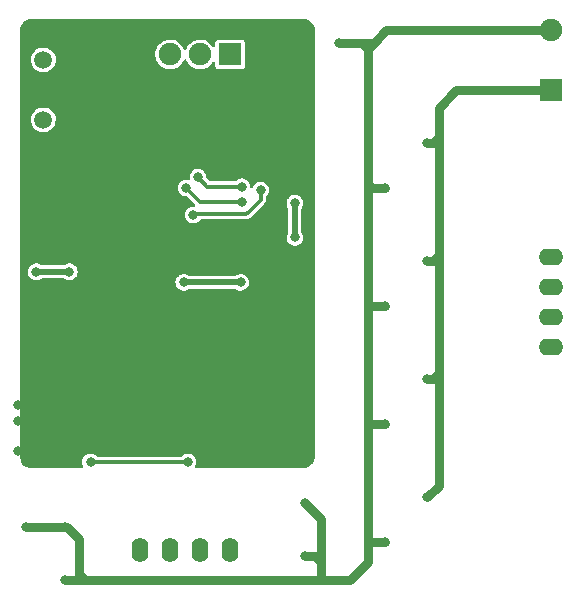
<source format=gbr>
%TF.GenerationSoftware,KiCad,Pcbnew,5.99.0-unknown-5db75805bd~106~ubuntu20.04.1*%
%TF.CreationDate,2021-01-04T23:22:08+00:00*%
%TF.ProjectId,minidriver,6d696e69-6472-4697-9665-722e6b696361,rev?*%
%TF.SameCoordinates,Original*%
%TF.FileFunction,Copper,L2,Bot*%
%TF.FilePolarity,Positive*%
%FSLAX46Y46*%
G04 Gerber Fmt 4.6, Leading zero omitted, Abs format (unit mm)*
G04 Created by KiCad (PCBNEW 5.99.0-unknown-5db75805bd~106~ubuntu20.04.1) date 2021-01-04 23:22:08*
%MOMM*%
%LPD*%
G01*
G04 APERTURE LIST*
%TA.AperFunction,ComponentPad*%
%ADD10R,1.900000X1.900000*%
%TD*%
%TA.AperFunction,ComponentPad*%
%ADD11C,1.900000*%
%TD*%
%TA.AperFunction,ComponentPad*%
%ADD12C,1.500000*%
%TD*%
%TA.AperFunction,ComponentPad*%
%ADD13O,2.100000X1.400000*%
%TD*%
%TA.AperFunction,ComponentPad*%
%ADD14O,1.400000X2.100000*%
%TD*%
%TA.AperFunction,ViaPad*%
%ADD15C,0.800000*%
%TD*%
%TA.AperFunction,Conductor*%
%ADD16C,0.800000*%
%TD*%
%TA.AperFunction,Conductor*%
%ADD17C,0.500000*%
%TD*%
%TA.AperFunction,Conductor*%
%ADD18C,0.300000*%
%TD*%
G04 APERTURE END LIST*
D10*
%TO.P,J1,1,1*%
%TO.N,/HV+*%
X146000000Y-107040000D03*
D11*
%TO.P,J1,3,3*%
%TO.N,/HV-*%
X146000000Y-101960000D03*
%TD*%
D12*
%TO.P,IC1,1,VIN*%
%TO.N,24v*%
X103000000Y-104460000D03*
%TO.P,IC1,2,GND*%
%TO.N,GND*%
X103000000Y-107000000D03*
%TO.P,IC1,3,VOUT*%
%TO.N,3v3*%
X103000000Y-109540000D03*
%TD*%
D13*
%TO.P,J4,1,1*%
%TO.N,/AN4*%
X146000000Y-128810000D03*
%TO.P,J4,2,2*%
%TO.N,/AN3*%
X146000000Y-126270000D03*
%TO.P,J4,3,3*%
%TO.N,/AN2*%
X146000000Y-123730000D03*
%TO.P,J4,4,4*%
%TO.N,/AN1*%
X146000000Y-121190000D03*
%TD*%
D10*
%TO.P,J2,1,1*%
%TO.N,24v*%
X118810000Y-104000000D03*
D11*
%TO.P,J2,2,2*%
%TO.N,Net-(J2-Pad2)*%
X116270000Y-104000000D03*
%TO.P,J2,3,3*%
%TO.N,Net-(J2-Pad3)*%
X113730000Y-104000000D03*
%TO.P,J2,4,4*%
%TO.N,GND*%
X111190000Y-104000000D03*
%TD*%
D10*
%TO.P,TP4,1,TP*%
%TO.N,GND*%
X122500000Y-107250000D03*
%TD*%
D14*
%TO.P,J5,1,1*%
%TO.N,/K1*%
X111190000Y-146000000D03*
%TO.P,J5,2,2*%
%TO.N,/K2*%
X113730000Y-146000000D03*
%TO.P,J5,3,3*%
%TO.N,/K3*%
X116270000Y-146000000D03*
%TO.P,J5,4,4*%
%TO.N,/K4*%
X118810000Y-146000000D03*
%TD*%
D15*
%TO.N,GND*%
X101500000Y-138500000D03*
%TO.N,/HV-*%
X101500000Y-144000000D03*
%TO.N,GND*%
X113300000Y-112500000D03*
X100900000Y-135000000D03*
X106100000Y-114300000D03*
X100900000Y-133700000D03*
X113500000Y-111400000D03*
X115000000Y-119300000D03*
X123500000Y-103000000D03*
X125000000Y-113500000D03*
X100900000Y-137600000D03*
X117700000Y-130500000D03*
X115000000Y-121600000D03*
%TO.N,3v3*%
X102400000Y-122400000D03*
X124300000Y-119500000D03*
X124300000Y-116600000D03*
X119700000Y-123300000D03*
X114900000Y-123300000D03*
X105200000Y-122400000D03*
%TO.N,/nRST*%
X115250000Y-138500000D03*
X107000000Y-138500000D03*
%TO.N,/~E*%
X115700000Y-117600000D03*
X121400000Y-115500000D03*
%TO.N,/A3*%
X119800000Y-115200000D03*
X116100000Y-114400000D03*
%TO.N,/A2*%
X115100000Y-115300000D03*
X119800000Y-116500000D03*
%TO.N,/HV-*%
X131900000Y-135300000D03*
X104800000Y-144000000D03*
X131900000Y-115300000D03*
X128000000Y-103000000D03*
X131900000Y-145300000D03*
X125200000Y-146500000D03*
X104800000Y-148500000D03*
X125200000Y-142000000D03*
X131900000Y-125300000D03*
%TO.N,/HV+*%
X135500000Y-131500000D03*
X135500000Y-141500000D03*
X135500000Y-111500000D03*
X135500000Y-121500000D03*
%TD*%
D16*
%TO.N,/HV-*%
X104800000Y-144000000D02*
X101500000Y-144000000D01*
D17*
%TO.N,3v3*%
X114900000Y-123300000D02*
X119700000Y-123300000D01*
X124300000Y-119500000D02*
X124300000Y-116600000D01*
X105200000Y-122400000D02*
X102400000Y-122400000D01*
D18*
%TO.N,/nRST*%
X107000000Y-138500000D02*
X115250000Y-138500000D01*
%TO.N,/~E*%
X120200000Y-117500000D02*
X118900000Y-117500000D01*
X115800000Y-117500000D02*
X115700000Y-117600000D01*
X120400000Y-117300000D02*
X120200000Y-117500000D01*
X121400000Y-115500000D02*
X121400000Y-116300000D01*
X118900000Y-117500000D02*
X115800000Y-117500000D01*
X121400000Y-116300000D02*
X120400000Y-117300000D01*
%TO.N,/A3*%
X116900000Y-115200000D02*
X116100000Y-114400000D01*
X119800000Y-115200000D02*
X116900000Y-115200000D01*
%TO.N,/A2*%
X119800000Y-116500000D02*
X116300000Y-116500000D01*
X116300000Y-116500000D02*
X115100000Y-115300000D01*
D16*
%TO.N,/HV-*%
X104800000Y-148500000D02*
X106500000Y-148500000D01*
X131000000Y-103000000D02*
X130500000Y-103500000D01*
X130500000Y-103500000D02*
X130500000Y-115000000D01*
X129000000Y-148500000D02*
X126500000Y-148500000D01*
X129500000Y-103000000D02*
X131000000Y-103000000D01*
X146000000Y-101960000D02*
X132040000Y-101960000D01*
X131900000Y-135300000D02*
X130800000Y-135300000D01*
X126500000Y-143300000D02*
X125200000Y-142000000D01*
X106500000Y-148500000D02*
X106000000Y-148000000D01*
X130500000Y-115000000D02*
X130500000Y-125500000D01*
X131900000Y-145300000D02*
X130700000Y-145300000D01*
X125200000Y-146500000D02*
X126000000Y-146500000D01*
X106000000Y-148000000D02*
X106000000Y-145000000D01*
X132040000Y-101960000D02*
X131000000Y-103000000D01*
X130800000Y-135300000D02*
X130500000Y-135000000D01*
X130500000Y-145500000D02*
X130500000Y-147000000D01*
X129500000Y-103000000D02*
X130000000Y-103000000D01*
X126500000Y-148500000D02*
X126500000Y-147000000D01*
X106000000Y-145000000D02*
X105000000Y-144000000D01*
X130700000Y-125300000D02*
X130500000Y-125500000D01*
X130000000Y-103000000D02*
X130500000Y-103500000D01*
X126500000Y-146000000D02*
X126500000Y-143300000D01*
X131900000Y-115300000D02*
X130800000Y-115300000D01*
X130500000Y-147000000D02*
X129000000Y-148500000D01*
X126500000Y-148500000D02*
X106500000Y-148500000D01*
X131900000Y-125300000D02*
X130700000Y-125300000D01*
X130500000Y-125500000D02*
X130500000Y-135000000D01*
X130700000Y-145300000D02*
X130500000Y-145500000D01*
X126500000Y-147000000D02*
X126500000Y-146000000D01*
X105000000Y-144000000D02*
X104800000Y-144000000D01*
X130500000Y-135000000D02*
X130500000Y-145500000D01*
X130800000Y-115300000D02*
X130500000Y-115000000D01*
X128000000Y-103000000D02*
X129500000Y-103000000D01*
X126000000Y-146500000D02*
X126500000Y-147000000D01*
%TO.N,/HV+*%
X136500000Y-111000000D02*
X136500000Y-121000000D01*
X136500000Y-121000000D02*
X136500000Y-131000000D01*
X136500000Y-140500000D02*
X135500000Y-141500000D01*
X137960000Y-107040000D02*
X136500000Y-108500000D01*
X136000000Y-111500000D02*
X136500000Y-111000000D01*
X136500000Y-108500000D02*
X136500000Y-111000000D01*
X135500000Y-121500000D02*
X136000000Y-121500000D01*
X136500000Y-131000000D02*
X136500000Y-140500000D01*
X135500000Y-131500000D02*
X136000000Y-131500000D01*
X136000000Y-121500000D02*
X136500000Y-121000000D01*
X136000000Y-131500000D02*
X136500000Y-131000000D01*
X135500000Y-111500000D02*
X136000000Y-111500000D01*
X146000000Y-107040000D02*
X137960000Y-107040000D01*
%TD*%
%TA.AperFunction,Conductor*%
%TO.N,GND*%
G36*
X125006061Y-101000597D02*
G01*
X125182935Y-101018018D01*
X125206776Y-101022760D01*
X125370999Y-101072576D01*
X125393457Y-101081879D01*
X125544798Y-101162772D01*
X125565007Y-101176274D01*
X125697671Y-101285149D01*
X125714851Y-101302329D01*
X125823724Y-101434991D01*
X125837228Y-101455202D01*
X125918121Y-101606543D01*
X125927424Y-101629001D01*
X125977240Y-101793224D01*
X125981982Y-101817065D01*
X125999403Y-101993939D01*
X126000000Y-102006093D01*
X126000000Y-137993907D01*
X125999403Y-138006061D01*
X125981982Y-138182935D01*
X125977240Y-138206776D01*
X125927424Y-138370999D01*
X125918121Y-138393457D01*
X125863329Y-138495967D01*
X125837228Y-138544798D01*
X125823726Y-138565007D01*
X125714851Y-138697671D01*
X125697671Y-138714851D01*
X125565009Y-138823724D01*
X125544800Y-138837227D01*
X125456879Y-138884222D01*
X125393457Y-138918121D01*
X125370999Y-138927424D01*
X125206776Y-138977240D01*
X125182935Y-138981982D01*
X125006061Y-138999403D01*
X124993907Y-139000000D01*
X115987356Y-139000000D01*
X115920317Y-138980315D01*
X115874562Y-138927511D01*
X115864618Y-138858353D01*
X115872305Y-138829749D01*
X115874728Y-138823724D01*
X115931461Y-138682597D01*
X115948196Y-138565007D01*
X115954773Y-138518797D01*
X115954773Y-138518791D01*
X115955345Y-138514775D01*
X115955500Y-138500000D01*
X115935135Y-138331715D01*
X115932428Y-138324549D01*
X115877859Y-138180136D01*
X115877858Y-138180134D01*
X115875217Y-138173145D01*
X115870988Y-138166992D01*
X115870986Y-138166988D01*
X115783435Y-138039602D01*
X115779203Y-138033444D01*
X115773624Y-138028473D01*
X115773622Y-138028471D01*
X115658225Y-137925656D01*
X115658221Y-137925653D01*
X115652638Y-137920679D01*
X115646031Y-137917181D01*
X115646027Y-137917178D01*
X115552098Y-137867446D01*
X115502829Y-137841359D01*
X115338423Y-137800063D01*
X115251859Y-137799610D01*
X115176386Y-137799215D01*
X115176385Y-137799215D01*
X115168912Y-137799176D01*
X115161649Y-137800920D01*
X115161646Y-137800920D01*
X115082620Y-137819893D01*
X115004082Y-137838748D01*
X114853450Y-137916495D01*
X114847818Y-137921408D01*
X114736012Y-138018942D01*
X114672553Y-138048178D01*
X114654498Y-138049500D01*
X107594450Y-138049500D01*
X107527411Y-138029815D01*
X107511969Y-138018089D01*
X107402638Y-137920679D01*
X107396031Y-137917181D01*
X107396027Y-137917178D01*
X107302098Y-137867446D01*
X107252829Y-137841359D01*
X107088423Y-137800063D01*
X107001859Y-137799610D01*
X106926386Y-137799215D01*
X106926385Y-137799215D01*
X106918912Y-137799176D01*
X106911649Y-137800920D01*
X106911646Y-137800920D01*
X106832620Y-137819893D01*
X106754082Y-137838748D01*
X106603450Y-137916495D01*
X106597818Y-137921408D01*
X106481347Y-138023011D01*
X106481345Y-138023013D01*
X106475711Y-138027928D01*
X106378240Y-138166615D01*
X106316665Y-138324549D01*
X106294539Y-138492612D01*
X106313140Y-138661102D01*
X106315706Y-138668114D01*
X106315707Y-138668118D01*
X106318298Y-138675198D01*
X106371395Y-138820290D01*
X106372532Y-138821982D01*
X106385001Y-138888372D01*
X106358726Y-138953113D01*
X106301620Y-138993371D01*
X106261620Y-139000000D01*
X102006093Y-139000000D01*
X101993939Y-138999403D01*
X101817065Y-138981982D01*
X101793224Y-138977240D01*
X101629001Y-138927424D01*
X101606543Y-138918121D01*
X101543121Y-138884222D01*
X101455200Y-138837227D01*
X101434991Y-138823724D01*
X101302329Y-138714851D01*
X101285149Y-138697671D01*
X101176274Y-138565007D01*
X101162772Y-138544798D01*
X101136672Y-138495967D01*
X101081879Y-138393457D01*
X101072576Y-138370999D01*
X101022760Y-138206776D01*
X101018018Y-138182935D01*
X101000597Y-138006061D01*
X101000000Y-137993907D01*
X101000000Y-123292612D01*
X114194539Y-123292612D01*
X114213140Y-123461102D01*
X114215706Y-123468114D01*
X114215707Y-123468118D01*
X114218298Y-123475198D01*
X114271395Y-123620290D01*
X114275562Y-123626491D01*
X114275564Y-123626495D01*
X114361769Y-123754782D01*
X114361772Y-123754786D01*
X114365940Y-123760988D01*
X114491317Y-123875073D01*
X114640288Y-123955957D01*
X114647516Y-123957853D01*
X114647518Y-123957854D01*
X114797018Y-123997075D01*
X114804253Y-123998973D01*
X114900271Y-124000481D01*
X114966275Y-124001518D01*
X114966278Y-124001518D01*
X114973745Y-124001635D01*
X115138980Y-123963791D01*
X115290418Y-123887626D01*
X115296099Y-123882774D01*
X115296102Y-123882772D01*
X115299101Y-123880210D01*
X115301731Y-123879031D01*
X115302331Y-123878633D01*
X115302397Y-123878733D01*
X115362863Y-123851639D01*
X115379633Y-123850500D01*
X119218716Y-123850500D01*
X119288942Y-123872912D01*
X119291317Y-123875073D01*
X119440288Y-123955957D01*
X119447516Y-123957853D01*
X119447518Y-123957854D01*
X119597018Y-123997075D01*
X119604253Y-123998973D01*
X119700271Y-124000481D01*
X119766275Y-124001518D01*
X119766278Y-124001518D01*
X119773745Y-124001635D01*
X119938980Y-123963791D01*
X120090418Y-123887626D01*
X120096099Y-123882774D01*
X120096102Y-123882772D01*
X120213634Y-123782389D01*
X120219316Y-123777536D01*
X120235667Y-123754782D01*
X120313871Y-123645949D01*
X120313872Y-123645948D01*
X120318234Y-123639877D01*
X120381461Y-123482597D01*
X120405345Y-123314775D01*
X120405500Y-123300000D01*
X120385135Y-123131715D01*
X120382428Y-123124549D01*
X120327859Y-122980136D01*
X120327858Y-122980134D01*
X120325217Y-122973145D01*
X120320988Y-122966992D01*
X120320986Y-122966988D01*
X120233435Y-122839602D01*
X120229203Y-122833444D01*
X120223624Y-122828473D01*
X120223622Y-122828471D01*
X120108225Y-122725656D01*
X120108221Y-122725653D01*
X120102638Y-122720679D01*
X120096031Y-122717181D01*
X120096027Y-122717178D01*
X120002098Y-122667446D01*
X119952829Y-122641359D01*
X119788423Y-122600063D01*
X119701859Y-122599610D01*
X119626386Y-122599215D01*
X119626385Y-122599215D01*
X119618912Y-122599176D01*
X119611649Y-122600920D01*
X119611646Y-122600920D01*
X119532620Y-122619893D01*
X119454082Y-122638748D01*
X119447441Y-122642176D01*
X119447440Y-122642176D01*
X119310087Y-122713069D01*
X119310085Y-122713071D01*
X119303450Y-122716495D01*
X119297822Y-122721404D01*
X119291634Y-122725610D01*
X119290331Y-122723693D01*
X119237190Y-122748178D01*
X119219130Y-122749500D01*
X115381392Y-122749500D01*
X115310625Y-122727323D01*
X115308216Y-122725649D01*
X115302638Y-122720679D01*
X115152829Y-122641359D01*
X114988423Y-122600063D01*
X114901859Y-122599610D01*
X114826386Y-122599215D01*
X114826385Y-122599215D01*
X114818912Y-122599176D01*
X114811649Y-122600920D01*
X114811646Y-122600920D01*
X114732620Y-122619893D01*
X114654082Y-122638748D01*
X114503450Y-122716495D01*
X114497818Y-122721408D01*
X114381347Y-122823011D01*
X114381345Y-122823013D01*
X114375711Y-122827928D01*
X114278240Y-122966615D01*
X114275528Y-122973572D01*
X114275526Y-122973575D01*
X114230393Y-123089337D01*
X114216665Y-123124549D01*
X114194539Y-123292612D01*
X101000000Y-123292612D01*
X101000000Y-122392612D01*
X101694539Y-122392612D01*
X101713140Y-122561102D01*
X101715706Y-122568114D01*
X101715707Y-122568118D01*
X101742510Y-122641359D01*
X101771395Y-122720290D01*
X101775562Y-122726491D01*
X101775564Y-122726495D01*
X101861769Y-122854782D01*
X101861772Y-122854786D01*
X101865940Y-122860988D01*
X101991317Y-122975073D01*
X102140288Y-123055957D01*
X102147516Y-123057853D01*
X102147518Y-123057854D01*
X102297018Y-123097075D01*
X102304253Y-123098973D01*
X102400271Y-123100481D01*
X102466275Y-123101518D01*
X102466278Y-123101518D01*
X102473745Y-123101635D01*
X102638980Y-123063791D01*
X102790418Y-122987626D01*
X102796099Y-122982774D01*
X102796102Y-122982772D01*
X102799101Y-122980210D01*
X102801731Y-122979031D01*
X102802331Y-122978633D01*
X102802397Y-122978733D01*
X102862863Y-122951639D01*
X102879633Y-122950500D01*
X104718716Y-122950500D01*
X104788942Y-122972912D01*
X104791317Y-122975073D01*
X104940288Y-123055957D01*
X104947516Y-123057853D01*
X104947518Y-123057854D01*
X105097018Y-123097075D01*
X105104253Y-123098973D01*
X105200271Y-123100481D01*
X105266275Y-123101518D01*
X105266278Y-123101518D01*
X105273745Y-123101635D01*
X105438980Y-123063791D01*
X105590418Y-122987626D01*
X105596099Y-122982774D01*
X105596102Y-122982772D01*
X105713634Y-122882389D01*
X105719316Y-122877536D01*
X105735667Y-122854782D01*
X105813871Y-122745949D01*
X105813872Y-122745948D01*
X105818234Y-122739877D01*
X105823970Y-122725610D01*
X105878673Y-122589533D01*
X105878674Y-122589531D01*
X105881461Y-122582597D01*
X105905345Y-122414775D01*
X105905500Y-122400000D01*
X105885135Y-122231715D01*
X105882428Y-122224549D01*
X105827859Y-122080136D01*
X105827858Y-122080134D01*
X105825217Y-122073145D01*
X105820988Y-122066992D01*
X105820986Y-122066988D01*
X105733435Y-121939602D01*
X105729203Y-121933444D01*
X105723624Y-121928473D01*
X105723622Y-121928471D01*
X105608225Y-121825656D01*
X105608221Y-121825653D01*
X105602638Y-121820679D01*
X105596031Y-121817181D01*
X105596027Y-121817178D01*
X105502098Y-121767446D01*
X105452829Y-121741359D01*
X105288423Y-121700063D01*
X105201859Y-121699610D01*
X105126386Y-121699215D01*
X105126385Y-121699215D01*
X105118912Y-121699176D01*
X105111649Y-121700920D01*
X105111646Y-121700920D01*
X105032620Y-121719893D01*
X104954082Y-121738748D01*
X104947441Y-121742176D01*
X104947440Y-121742176D01*
X104810087Y-121813069D01*
X104810085Y-121813071D01*
X104803450Y-121816495D01*
X104797822Y-121821404D01*
X104791634Y-121825610D01*
X104790331Y-121823693D01*
X104737190Y-121848178D01*
X104719130Y-121849500D01*
X102881392Y-121849500D01*
X102810625Y-121827323D01*
X102808216Y-121825649D01*
X102802638Y-121820679D01*
X102652829Y-121741359D01*
X102488423Y-121700063D01*
X102401859Y-121699610D01*
X102326386Y-121699215D01*
X102326385Y-121699215D01*
X102318912Y-121699176D01*
X102311649Y-121700920D01*
X102311646Y-121700920D01*
X102232620Y-121719893D01*
X102154082Y-121738748D01*
X102003450Y-121816495D01*
X101997818Y-121821408D01*
X101881347Y-121923011D01*
X101881345Y-121923013D01*
X101875711Y-121927928D01*
X101778240Y-122066615D01*
X101716665Y-122224549D01*
X101694539Y-122392612D01*
X101000000Y-122392612D01*
X101000000Y-115292612D01*
X114394539Y-115292612D01*
X114395359Y-115300040D01*
X114395359Y-115300042D01*
X114405301Y-115390093D01*
X114413140Y-115461102D01*
X114415706Y-115468114D01*
X114415707Y-115468118D01*
X114452140Y-115567674D01*
X114471395Y-115620290D01*
X114475562Y-115626491D01*
X114475564Y-115626495D01*
X114561769Y-115754782D01*
X114561772Y-115754786D01*
X114565940Y-115760988D01*
X114691317Y-115875073D01*
X114840288Y-115955957D01*
X114847516Y-115957853D01*
X114847518Y-115957854D01*
X114954521Y-115985926D01*
X115004253Y-115998973D01*
X115114168Y-116000699D01*
X115180889Y-116021434D01*
X115199901Y-116037003D01*
X115851147Y-116688250D01*
X115884632Y-116749573D01*
X115879648Y-116819265D01*
X115837776Y-116875198D01*
X115772312Y-116899615D01*
X115762817Y-116899929D01*
X115626386Y-116899215D01*
X115626385Y-116899215D01*
X115618912Y-116899176D01*
X115611649Y-116900920D01*
X115611646Y-116900920D01*
X115532620Y-116919893D01*
X115454082Y-116938748D01*
X115447441Y-116942176D01*
X115447440Y-116942176D01*
X115415787Y-116958513D01*
X115303450Y-117016495D01*
X115297818Y-117021408D01*
X115181347Y-117123011D01*
X115181345Y-117123013D01*
X115175711Y-117127928D01*
X115078240Y-117266615D01*
X115016665Y-117424549D01*
X114994539Y-117592612D01*
X115013140Y-117761102D01*
X115015706Y-117768114D01*
X115015707Y-117768118D01*
X115064754Y-117902142D01*
X115071395Y-117920290D01*
X115075562Y-117926491D01*
X115075564Y-117926495D01*
X115161769Y-118054782D01*
X115161772Y-118054786D01*
X115165940Y-118060988D01*
X115291317Y-118175073D01*
X115440288Y-118255957D01*
X115447516Y-118257853D01*
X115447518Y-118257854D01*
X115597018Y-118297075D01*
X115604253Y-118298973D01*
X115700271Y-118300481D01*
X115766275Y-118301518D01*
X115766278Y-118301518D01*
X115773745Y-118301635D01*
X115938980Y-118263791D01*
X116090418Y-118187626D01*
X116096099Y-118182774D01*
X116096102Y-118182772D01*
X116213634Y-118082389D01*
X116219316Y-118077536D01*
X116235667Y-118054782D01*
X116273493Y-118002141D01*
X116328599Y-117959186D01*
X116374191Y-117950500D01*
X120166655Y-117950500D01*
X120181229Y-117951359D01*
X120205102Y-117954185D01*
X120205105Y-117954185D01*
X120214307Y-117955274D01*
X120272003Y-117944737D01*
X120275833Y-117944099D01*
X120296122Y-117941049D01*
X120324770Y-117936742D01*
X120324771Y-117936742D01*
X120333935Y-117935364D01*
X120340446Y-117932237D01*
X120347544Y-117930941D01*
X120355766Y-117926670D01*
X120355769Y-117926669D01*
X120399636Y-117903882D01*
X120403119Y-117902142D01*
X120456029Y-117876735D01*
X120461250Y-117871908D01*
X120461460Y-117871767D01*
X120467736Y-117868507D01*
X120473628Y-117863474D01*
X120511677Y-117825425D01*
X120515187Y-117822050D01*
X120548677Y-117791092D01*
X120555486Y-117784798D01*
X120559057Y-117778649D01*
X120564253Y-117772849D01*
X120742068Y-117595034D01*
X121694967Y-116642136D01*
X121705880Y-116632438D01*
X121724766Y-116617550D01*
X121724768Y-116617547D01*
X121732045Y-116611811D01*
X121745314Y-116592612D01*
X123594539Y-116592612D01*
X123595359Y-116600040D01*
X123595359Y-116600042D01*
X123596986Y-116614775D01*
X123613140Y-116761102D01*
X123615706Y-116768114D01*
X123615707Y-116768118D01*
X123664904Y-116902554D01*
X123671395Y-116920290D01*
X123675562Y-116926491D01*
X123675564Y-116926495D01*
X123728423Y-117005157D01*
X123749501Y-117074317D01*
X123749500Y-119026005D01*
X123726951Y-119097305D01*
X123682537Y-119160500D01*
X123682535Y-119160504D01*
X123678240Y-119166615D01*
X123616665Y-119324549D01*
X123594539Y-119492612D01*
X123613140Y-119661102D01*
X123615706Y-119668114D01*
X123615707Y-119668118D01*
X123618298Y-119675198D01*
X123671395Y-119820290D01*
X123675562Y-119826491D01*
X123675564Y-119826495D01*
X123761769Y-119954782D01*
X123761772Y-119954786D01*
X123765940Y-119960988D01*
X123891317Y-120075073D01*
X124040288Y-120155957D01*
X124047516Y-120157853D01*
X124047518Y-120157854D01*
X124197018Y-120197075D01*
X124204253Y-120198973D01*
X124300271Y-120200481D01*
X124366275Y-120201518D01*
X124366278Y-120201518D01*
X124373745Y-120201635D01*
X124538980Y-120163791D01*
X124690418Y-120087626D01*
X124696099Y-120082774D01*
X124696102Y-120082772D01*
X124813634Y-119982389D01*
X124819316Y-119977536D01*
X124835667Y-119954782D01*
X124913871Y-119845949D01*
X124913872Y-119845948D01*
X124918234Y-119839877D01*
X124981461Y-119682597D01*
X125005345Y-119514775D01*
X125005500Y-119500000D01*
X124985135Y-119331715D01*
X124982428Y-119324549D01*
X124927859Y-119180136D01*
X124927858Y-119180134D01*
X124925217Y-119173145D01*
X124920988Y-119166992D01*
X124920986Y-119166988D01*
X124872308Y-119096162D01*
X124850500Y-119025928D01*
X124850500Y-117074070D01*
X124873800Y-117001713D01*
X124918234Y-116939877D01*
X124923272Y-116927346D01*
X124978673Y-116789533D01*
X124978674Y-116789531D01*
X124981461Y-116782597D01*
X125001451Y-116642136D01*
X125004773Y-116618797D01*
X125004773Y-116618791D01*
X125005345Y-116614775D01*
X125005500Y-116600000D01*
X124993073Y-116497309D01*
X124986033Y-116439135D01*
X124986033Y-116439134D01*
X124985135Y-116431715D01*
X124982428Y-116424549D01*
X124927859Y-116280136D01*
X124927858Y-116280134D01*
X124925217Y-116273145D01*
X124920988Y-116266992D01*
X124920986Y-116266988D01*
X124833435Y-116139602D01*
X124829203Y-116133444D01*
X124823624Y-116128473D01*
X124823622Y-116128471D01*
X124708225Y-116025656D01*
X124708221Y-116025653D01*
X124702638Y-116020679D01*
X124696031Y-116017181D01*
X124696027Y-116017178D01*
X124599405Y-115966020D01*
X124552829Y-115941359D01*
X124388423Y-115900063D01*
X124301859Y-115899610D01*
X124226386Y-115899215D01*
X124226385Y-115899215D01*
X124218912Y-115899176D01*
X124211649Y-115900920D01*
X124211646Y-115900920D01*
X124146773Y-115916495D01*
X124054082Y-115938748D01*
X123903450Y-116016495D01*
X123897818Y-116021408D01*
X123781347Y-116123011D01*
X123781345Y-116123013D01*
X123775711Y-116127928D01*
X123678240Y-116266615D01*
X123675528Y-116273572D01*
X123675526Y-116273575D01*
X123637443Y-116371256D01*
X123616665Y-116424549D01*
X123594539Y-116592612D01*
X121745314Y-116592612D01*
X121765425Y-116563514D01*
X121767674Y-116560367D01*
X121797049Y-116520597D01*
X121802555Y-116513143D01*
X121804947Y-116506331D01*
X121809052Y-116500392D01*
X121811847Y-116491554D01*
X121811851Y-116491546D01*
X121826761Y-116444399D01*
X121827994Y-116440703D01*
X121836113Y-116417583D01*
X121847432Y-116385352D01*
X121847711Y-116378245D01*
X121847758Y-116378001D01*
X121849892Y-116371256D01*
X121850500Y-116363531D01*
X121850500Y-116309685D01*
X121850596Y-116304817D01*
X121852385Y-116259279D01*
X121852749Y-116250016D01*
X121850927Y-116243146D01*
X121850500Y-116235382D01*
X121850500Y-116093475D01*
X121870185Y-116026436D01*
X121893967Y-115999186D01*
X121919316Y-115977536D01*
X121935667Y-115954782D01*
X122013871Y-115845949D01*
X122013872Y-115845948D01*
X122018234Y-115839877D01*
X122044286Y-115775073D01*
X122078673Y-115689533D01*
X122078674Y-115689531D01*
X122081461Y-115682597D01*
X122086049Y-115650360D01*
X122104773Y-115518797D01*
X122104773Y-115518791D01*
X122105345Y-115514775D01*
X122105500Y-115500000D01*
X122098838Y-115444952D01*
X122086033Y-115339135D01*
X122086033Y-115339134D01*
X122085135Y-115331715D01*
X122082428Y-115324549D01*
X122027859Y-115180136D01*
X122027858Y-115180134D01*
X122025217Y-115173145D01*
X122020988Y-115166992D01*
X122020986Y-115166988D01*
X121933435Y-115039602D01*
X121929203Y-115033444D01*
X121923624Y-115028473D01*
X121923622Y-115028471D01*
X121808225Y-114925656D01*
X121808221Y-114925653D01*
X121802638Y-114920679D01*
X121796031Y-114917181D01*
X121796027Y-114917178D01*
X121701234Y-114866988D01*
X121652829Y-114841359D01*
X121488423Y-114800063D01*
X121401859Y-114799610D01*
X121326386Y-114799215D01*
X121326385Y-114799215D01*
X121318912Y-114799176D01*
X121311649Y-114800920D01*
X121311646Y-114800920D01*
X121232620Y-114819893D01*
X121154082Y-114838748D01*
X121003450Y-114916495D01*
X120997818Y-114921408D01*
X120881347Y-115023011D01*
X120881345Y-115023013D01*
X120875711Y-115027928D01*
X120778240Y-115166615D01*
X120775526Y-115173576D01*
X120775525Y-115173578D01*
X120744964Y-115251964D01*
X120702272Y-115307274D01*
X120636455Y-115330723D01*
X120568408Y-115314866D01*
X120519737Y-115264737D01*
X120506039Y-115208092D01*
X120505680Y-115208112D01*
X120505573Y-115206167D01*
X120505441Y-115205621D01*
X120505457Y-115204064D01*
X120505500Y-115200000D01*
X120497267Y-115131964D01*
X120486033Y-115039135D01*
X120486033Y-115039134D01*
X120485135Y-115031715D01*
X120472671Y-114998728D01*
X120427859Y-114880136D01*
X120427858Y-114880134D01*
X120425217Y-114873145D01*
X120420988Y-114866992D01*
X120420986Y-114866988D01*
X120333436Y-114739603D01*
X120329203Y-114733444D01*
X120323624Y-114728473D01*
X120323622Y-114728471D01*
X120208225Y-114625656D01*
X120208221Y-114625653D01*
X120202638Y-114620679D01*
X120196031Y-114617181D01*
X120196027Y-114617178D01*
X120070448Y-114550688D01*
X120052829Y-114541359D01*
X119970626Y-114520711D01*
X119895673Y-114501884D01*
X119895672Y-114501884D01*
X119888423Y-114500063D01*
X119801859Y-114499610D01*
X119726386Y-114499215D01*
X119726385Y-114499215D01*
X119718912Y-114499176D01*
X119711649Y-114500920D01*
X119711646Y-114500920D01*
X119632620Y-114519893D01*
X119554082Y-114538748D01*
X119403450Y-114616495D01*
X119397818Y-114621408D01*
X119286012Y-114718942D01*
X119222553Y-114748178D01*
X119204498Y-114749500D01*
X117137965Y-114749500D01*
X117070926Y-114729815D01*
X117050284Y-114713181D01*
X116841601Y-114504498D01*
X116808116Y-114443175D01*
X116806143Y-114414783D01*
X116805345Y-114414775D01*
X116805457Y-114404065D01*
X116805500Y-114400000D01*
X116785135Y-114231715D01*
X116782428Y-114224549D01*
X116727859Y-114080136D01*
X116727858Y-114080134D01*
X116725217Y-114073145D01*
X116720988Y-114066992D01*
X116720986Y-114066988D01*
X116633435Y-113939602D01*
X116629203Y-113933444D01*
X116623624Y-113928473D01*
X116623622Y-113928471D01*
X116508225Y-113825656D01*
X116508221Y-113825653D01*
X116502638Y-113820679D01*
X116496031Y-113817181D01*
X116496027Y-113817178D01*
X116402098Y-113767446D01*
X116352829Y-113741359D01*
X116188423Y-113700063D01*
X116101859Y-113699610D01*
X116026386Y-113699215D01*
X116026385Y-113699215D01*
X116018912Y-113699176D01*
X116011649Y-113700920D01*
X116011646Y-113700920D01*
X115932620Y-113719893D01*
X115854082Y-113738748D01*
X115703450Y-113816495D01*
X115697818Y-113821408D01*
X115581347Y-113923011D01*
X115581345Y-113923013D01*
X115575711Y-113927928D01*
X115478240Y-114066615D01*
X115416665Y-114224549D01*
X115394539Y-114392612D01*
X115395359Y-114400040D01*
X115395359Y-114400042D01*
X115404396Y-114481894D01*
X115392187Y-114550688D01*
X115344723Y-114601961D01*
X115277073Y-114619434D01*
X115250938Y-114615765D01*
X115195675Y-114601884D01*
X115195670Y-114601883D01*
X115188423Y-114600063D01*
X115101859Y-114599610D01*
X115026386Y-114599215D01*
X115026385Y-114599215D01*
X115018912Y-114599176D01*
X115011649Y-114600920D01*
X115011646Y-114600920D01*
X114946773Y-114616495D01*
X114854082Y-114638748D01*
X114703450Y-114716495D01*
X114697818Y-114721408D01*
X114581347Y-114823011D01*
X114581345Y-114823013D01*
X114575711Y-114827928D01*
X114478240Y-114966615D01*
X114475528Y-114973572D01*
X114475526Y-114973575D01*
X114433721Y-115080803D01*
X114416665Y-115124549D01*
X114394539Y-115292612D01*
X101000000Y-115292612D01*
X101000000Y-109525263D01*
X101944603Y-109525263D01*
X101961840Y-109730538D01*
X102018621Y-109928555D01*
X102112782Y-110111773D01*
X102240737Y-110273212D01*
X102397612Y-110406723D01*
X102577432Y-110507221D01*
X102773347Y-110570878D01*
X102977895Y-110595269D01*
X102983939Y-110594804D01*
X102983940Y-110594804D01*
X103046008Y-110590028D01*
X103183286Y-110579465D01*
X103314281Y-110542890D01*
X103375854Y-110525699D01*
X103375855Y-110525698D01*
X103381695Y-110524068D01*
X103426180Y-110501597D01*
X103560150Y-110433924D01*
X103560155Y-110433921D01*
X103565565Y-110431188D01*
X103570344Y-110427454D01*
X103570349Y-110427451D01*
X103723112Y-110308098D01*
X103727893Y-110304363D01*
X103862496Y-110148424D01*
X103964247Y-109969311D01*
X104029270Y-109773844D01*
X104055088Y-109569471D01*
X104055500Y-109540000D01*
X104035398Y-109334986D01*
X103975858Y-109137780D01*
X103879148Y-108955895D01*
X103875321Y-108951203D01*
X103875318Y-108951198D01*
X103752781Y-108800954D01*
X103748952Y-108796259D01*
X103590228Y-108664951D01*
X103563034Y-108650247D01*
X103414360Y-108569858D01*
X103414354Y-108569855D01*
X103409023Y-108566973D01*
X103399962Y-108564168D01*
X103218030Y-108507851D01*
X103218031Y-108507851D01*
X103212238Y-108506058D01*
X103007369Y-108484526D01*
X103001336Y-108485075D01*
X103001332Y-108485075D01*
X102876966Y-108496394D01*
X102802219Y-108503196D01*
X102796408Y-108504906D01*
X102796404Y-108504907D01*
X102610423Y-108559644D01*
X102604603Y-108561357D01*
X102422047Y-108656795D01*
X102261505Y-108785874D01*
X102257609Y-108790517D01*
X102132990Y-108939032D01*
X102132987Y-108939036D01*
X102129093Y-108943677D01*
X102029853Y-109124194D01*
X101967565Y-109320549D01*
X101944603Y-109525263D01*
X101000000Y-109525263D01*
X101000000Y-104445263D01*
X101944603Y-104445263D01*
X101961840Y-104650538D01*
X102018621Y-104848555D01*
X102112782Y-105031773D01*
X102116550Y-105036527D01*
X102231705Y-105181816D01*
X102240737Y-105193212D01*
X102397612Y-105326723D01*
X102577432Y-105427221D01*
X102773347Y-105490878D01*
X102977895Y-105515269D01*
X102983939Y-105514804D01*
X102983940Y-105514804D01*
X103046008Y-105510028D01*
X103183286Y-105499465D01*
X103314281Y-105462890D01*
X103375854Y-105445699D01*
X103375855Y-105445698D01*
X103381695Y-105444068D01*
X103426180Y-105421597D01*
X103560150Y-105353924D01*
X103560155Y-105353921D01*
X103565565Y-105351188D01*
X103570344Y-105347454D01*
X103570349Y-105347451D01*
X103672367Y-105267745D01*
X103727893Y-105224363D01*
X103839261Y-105095342D01*
X103858531Y-105073018D01*
X103858533Y-105073015D01*
X103862496Y-105068424D01*
X103964247Y-104889311D01*
X104023908Y-104709963D01*
X104027357Y-104699596D01*
X104027358Y-104699592D01*
X104029270Y-104693844D01*
X104038652Y-104619575D01*
X104054653Y-104492916D01*
X104054653Y-104492912D01*
X104055088Y-104489471D01*
X104055500Y-104460000D01*
X104035398Y-104254986D01*
X103982215Y-104078833D01*
X112476977Y-104078833D01*
X112477812Y-104084289D01*
X112477812Y-104084291D01*
X112508785Y-104286695D01*
X112510741Y-104299479D01*
X112583044Y-104510658D01*
X112691600Y-104705696D01*
X112790058Y-104825987D01*
X112825253Y-104868986D01*
X112832980Y-104878427D01*
X112851900Y-104894586D01*
X112998508Y-105019803D01*
X112998512Y-105019806D01*
X113002712Y-105023393D01*
X113007484Y-105026181D01*
X113007486Y-105026183D01*
X113025188Y-105036527D01*
X113195434Y-105136010D01*
X113405053Y-105212720D01*
X113624942Y-105251097D01*
X113756054Y-105250410D01*
X113842629Y-105249957D01*
X113842630Y-105249957D01*
X113848153Y-105249928D01*
X113918010Y-105236981D01*
X114062198Y-105210258D01*
X114062203Y-105210257D01*
X114067629Y-105209251D01*
X114072796Y-105207299D01*
X114072798Y-105207298D01*
X114271270Y-105132301D01*
X114276433Y-105130350D01*
X114281165Y-105127518D01*
X114281169Y-105127516D01*
X114372228Y-105073018D01*
X114467964Y-105015721D01*
X114636170Y-104868986D01*
X114648216Y-104853951D01*
X114772280Y-104699093D01*
X114775733Y-104694783D01*
X114778365Y-104689935D01*
X114778368Y-104689931D01*
X114879605Y-104503474D01*
X114882241Y-104498619D01*
X114883975Y-104493376D01*
X114886169Y-104488306D01*
X114888136Y-104489157D01*
X114922564Y-104439356D01*
X114987060Y-104412486D01*
X115055845Y-104424751D01*
X115107079Y-104472257D01*
X115117881Y-104495580D01*
X115118922Y-104498619D01*
X115123044Y-104510658D01*
X115231600Y-104705696D01*
X115330058Y-104825987D01*
X115365253Y-104868986D01*
X115372980Y-104878427D01*
X115391900Y-104894586D01*
X115538508Y-105019803D01*
X115538512Y-105019806D01*
X115542712Y-105023393D01*
X115547484Y-105026181D01*
X115547486Y-105026183D01*
X115565188Y-105036527D01*
X115735434Y-105136010D01*
X115945053Y-105212720D01*
X116164942Y-105251097D01*
X116296054Y-105250410D01*
X116382629Y-105249957D01*
X116382630Y-105249957D01*
X116388153Y-105249928D01*
X116458010Y-105236981D01*
X116602198Y-105210258D01*
X116602203Y-105210257D01*
X116607629Y-105209251D01*
X116612796Y-105207299D01*
X116612798Y-105207298D01*
X116811270Y-105132301D01*
X116816433Y-105130350D01*
X116821165Y-105127518D01*
X116821169Y-105127516D01*
X116912228Y-105073018D01*
X117007964Y-105015721D01*
X117176170Y-104868986D01*
X117188216Y-104853951D01*
X117312280Y-104699093D01*
X117315733Y-104694783D01*
X117321528Y-104684110D01*
X117370815Y-104634589D01*
X117439053Y-104619575D01*
X117504575Y-104643837D01*
X117546579Y-104699671D01*
X117554500Y-104743280D01*
X117554500Y-104950000D01*
X117555803Y-104978188D01*
X117557765Y-104985083D01*
X117581963Y-105070128D01*
X117586528Y-105086173D01*
X117593452Y-105095342D01*
X117647262Y-105166599D01*
X117647264Y-105166601D01*
X117654186Y-105175767D01*
X117663954Y-105181815D01*
X117663955Y-105181816D01*
X117701914Y-105205319D01*
X117749641Y-105234870D01*
X117760934Y-105236981D01*
X117854370Y-105254448D01*
X117854375Y-105254448D01*
X117860000Y-105255500D01*
X119760000Y-105255500D01*
X119778050Y-105254666D01*
X119781029Y-105254528D01*
X119781030Y-105254528D01*
X119788188Y-105254197D01*
X119848695Y-105236981D01*
X119885121Y-105226617D01*
X119885123Y-105226616D01*
X119896173Y-105223472D01*
X119910411Y-105212720D01*
X119976599Y-105162738D01*
X119976601Y-105162736D01*
X119985767Y-105155814D01*
X120044870Y-105060359D01*
X120052684Y-105018559D01*
X120064448Y-104955630D01*
X120064448Y-104955625D01*
X120065500Y-104950000D01*
X120065500Y-103050000D01*
X120064197Y-103021812D01*
X120040817Y-102939641D01*
X120036617Y-102924879D01*
X120036616Y-102924877D01*
X120033472Y-102913827D01*
X119980882Y-102844186D01*
X119972738Y-102833401D01*
X119972736Y-102833399D01*
X119965814Y-102824233D01*
X119956046Y-102818185D01*
X119956045Y-102818184D01*
X119888767Y-102776528D01*
X119870359Y-102765130D01*
X119830351Y-102757651D01*
X119765630Y-102745552D01*
X119765625Y-102745552D01*
X119760000Y-102744500D01*
X117860000Y-102744500D01*
X117841950Y-102745334D01*
X117838971Y-102745472D01*
X117838970Y-102745472D01*
X117831812Y-102745803D01*
X117797362Y-102755605D01*
X117734879Y-102773383D01*
X117734877Y-102773384D01*
X117723827Y-102776528D01*
X117714658Y-102783452D01*
X117643401Y-102837262D01*
X117643399Y-102837264D01*
X117634233Y-102844186D01*
X117575130Y-102939641D01*
X117573019Y-102950934D01*
X117559306Y-103024293D01*
X117554500Y-103050000D01*
X117554500Y-103259510D01*
X117534815Y-103326549D01*
X117482011Y-103372304D01*
X117412853Y-103382248D01*
X117349297Y-103353223D01*
X117329802Y-103331869D01*
X117223630Y-103184115D01*
X117223629Y-103184114D01*
X117220407Y-103179630D01*
X117060112Y-103024293D01*
X117055532Y-103021215D01*
X117055529Y-103021213D01*
X116879426Y-102902877D01*
X116879423Y-102902876D01*
X116874842Y-102899797D01*
X116670453Y-102810077D01*
X116453407Y-102757969D01*
X116447892Y-102757651D01*
X116236081Y-102745438D01*
X116236080Y-102745438D01*
X116230564Y-102745120D01*
X116127013Y-102757651D01*
X116014451Y-102771272D01*
X116014447Y-102771273D01*
X116008967Y-102771936D01*
X115795621Y-102837569D01*
X115790717Y-102840100D01*
X115790715Y-102840101D01*
X115679359Y-102897576D01*
X115597269Y-102939946D01*
X115420182Y-103075830D01*
X115269957Y-103240926D01*
X115151341Y-103430015D01*
X115149284Y-103435133D01*
X115149282Y-103435136D01*
X115115971Y-103518001D01*
X115072702Y-103572861D01*
X115006642Y-103595619D01*
X114938766Y-103579050D01*
X114888998Y-103525134D01*
X114867301Y-103479644D01*
X114840114Y-103422647D01*
X114813038Y-103365880D01*
X114813037Y-103365878D01*
X114810662Y-103360899D01*
X114680407Y-103179630D01*
X114520112Y-103024293D01*
X114515532Y-103021215D01*
X114515529Y-103021213D01*
X114339426Y-102902877D01*
X114339423Y-102902876D01*
X114334842Y-102899797D01*
X114130453Y-102810077D01*
X113913407Y-102757969D01*
X113907892Y-102757651D01*
X113696081Y-102745438D01*
X113696080Y-102745438D01*
X113690564Y-102745120D01*
X113587013Y-102757651D01*
X113474451Y-102771272D01*
X113474447Y-102771273D01*
X113468967Y-102771936D01*
X113255621Y-102837569D01*
X113250717Y-102840100D01*
X113250715Y-102840101D01*
X113139359Y-102897576D01*
X113057269Y-102939946D01*
X112880182Y-103075830D01*
X112729957Y-103240926D01*
X112611341Y-103430015D01*
X112609284Y-103435133D01*
X112609282Y-103435136D01*
X112549057Y-103584951D01*
X112528085Y-103637121D01*
X112482820Y-103855696D01*
X112482676Y-103861210D01*
X112477321Y-104065708D01*
X112476977Y-104078833D01*
X103982215Y-104078833D01*
X103975858Y-104057780D01*
X103879148Y-103875895D01*
X103875321Y-103871203D01*
X103875318Y-103871198D01*
X103752781Y-103720954D01*
X103748952Y-103716259D01*
X103653291Y-103637121D01*
X103594898Y-103588814D01*
X103594896Y-103588812D01*
X103590228Y-103584951D01*
X103466408Y-103518001D01*
X103414360Y-103489858D01*
X103414354Y-103489855D01*
X103409023Y-103486973D01*
X103399962Y-103484168D01*
X103218030Y-103427851D01*
X103218031Y-103427851D01*
X103212238Y-103426058D01*
X103205407Y-103425340D01*
X103185007Y-103423196D01*
X103007369Y-103404526D01*
X103001336Y-103405075D01*
X103001332Y-103405075D01*
X102876966Y-103416394D01*
X102802219Y-103423196D01*
X102796408Y-103424906D01*
X102796404Y-103424907D01*
X102610423Y-103479644D01*
X102604603Y-103481357D01*
X102422047Y-103576795D01*
X102261505Y-103705874D01*
X102257609Y-103710517D01*
X102132990Y-103859032D01*
X102132987Y-103859036D01*
X102129093Y-103863677D01*
X102029853Y-104044194D01*
X102028019Y-104049976D01*
X102028018Y-104049978D01*
X102020615Y-104073317D01*
X101967565Y-104240549D01*
X101966889Y-104246577D01*
X101946904Y-104424751D01*
X101944603Y-104445263D01*
X101000000Y-104445263D01*
X101000000Y-102006093D01*
X101000597Y-101993939D01*
X101018018Y-101817065D01*
X101022760Y-101793224D01*
X101072576Y-101629001D01*
X101081879Y-101606543D01*
X101162772Y-101455202D01*
X101176276Y-101434991D01*
X101285149Y-101302329D01*
X101302329Y-101285149D01*
X101434993Y-101176274D01*
X101455202Y-101162772D01*
X101606543Y-101081879D01*
X101629001Y-101072576D01*
X101793224Y-101022760D01*
X101817065Y-101018018D01*
X101993939Y-101000597D01*
X102006093Y-101000000D01*
X124993907Y-101000000D01*
X125006061Y-101000597D01*
G37*
%TD.AperFunction*%
%TD*%
M02*

</source>
